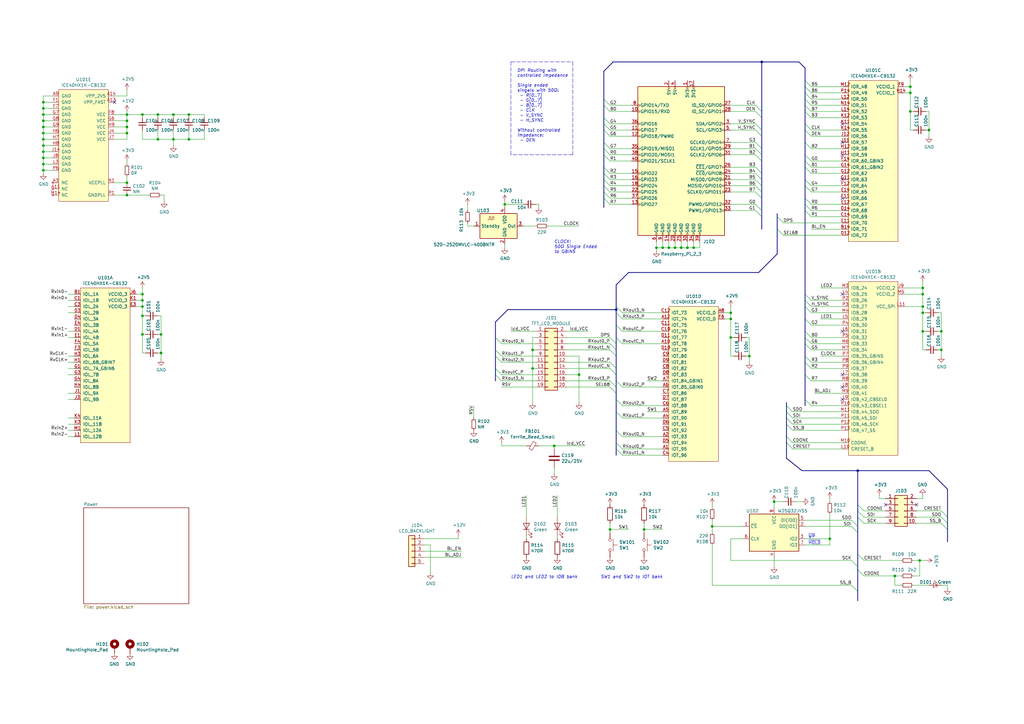
<source format=kicad_sch>
(kicad_sch (version 20211123) (generator eeschema)
  (paper "A3")
  (title_block (date "2021-10-24"))
  (junction (at 299.72 128.27))
  (junction (at 58.42 120.65))
  (junction (at 269.24 101.6))
  (junction (at 292.1 215.9))
  (junction (at 377.19 229.87))
  (junction (at 351.79 193.04))
  (junction (at 250.19 217.17))
  (junction (at 237.49 153.67))
  (junction (at 307.34 146.05))
  (junction (at 64.77 57.15))
  (junction (at 373.38 35.56))
  (junction (at 281.94 101.6))
  (junction (at 71.12 57.15))
  (junction (at 207.01 83.82))
  (junction (at 378.46 125.73))
  (junction (at 373.38 38.1))
  (junction (at 317.5 205.74))
  (junction (at 17.78 54.61))
  (junction (at 218.44 151.13))
  (junction (at 52.07 52.07))
  (junction (at 378.46 120.65))
  (junction (at 17.78 57.15))
  (junction (at 274.32 101.6))
  (junction (at 58.42 129.54))
  (junction (at 299.72 138.43))
  (junction (at 252.73 127))
  (junction (at 373.38 45.72))
  (junction (at 17.78 62.23))
  (junction (at 340.36 220.98))
  (junction (at 312.42 25.4))
  (junction (at 77.47 46.99))
  (junction (at 58.42 125.73))
  (junction (at 58.42 46.99))
  (junction (at 52.07 49.53))
  (junction (at 17.78 46.99))
  (junction (at 66.04 144.78))
  (junction (at 71.12 46.99))
  (junction (at 52.07 46.99))
  (junction (at 77.47 57.15))
  (junction (at 17.78 41.91))
  (junction (at 386.08 135.89))
  (junction (at 378.46 128.27))
  (junction (at 17.78 52.07))
  (junction (at 17.78 64.77))
  (junction (at 279.4 101.6))
  (junction (at 299.72 130.81))
  (junction (at 58.42 137.16))
  (junction (at 367.03 236.22))
  (junction (at 52.07 54.61))
  (junction (at 17.78 44.45))
  (junction (at 227.33 182.88))
  (junction (at 378.46 135.89))
  (junction (at 264.16 217.17))
  (junction (at 52.07 80.01))
  (junction (at 17.78 69.85))
  (junction (at 17.78 59.69))
  (junction (at 64.77 46.99))
  (junction (at 58.42 123.19))
  (junction (at 17.78 67.31))
  (junction (at 271.78 101.6))
  (junction (at 378.46 118.11))
  (junction (at 276.86 101.6))
  (junction (at 17.78 49.53))
  (junction (at 218.44 143.51))
  (junction (at 284.48 101.6))
  (junction (at 52.07 74.93))
  (junction (at 381 53.34))
  (junction (at 386.08 143.51))
  (junction (at 66.04 137.16))
  (no_connect (at 345.44 120.65))
  (no_connect (at 345.44 81.28))
  (no_connect (at 345.44 58.42))
  (no_connect (at 345.44 63.5))
  (no_connect (at 345.44 163.83))
  (no_connect (at 345.44 158.75))
  (no_connect (at 345.44 135.89))
  (no_connect (at 46.99 41.91))
  (no_connect (at 363.22 207.01))
  (no_connect (at 375.92 207.01))
  (no_connect (at 345.44 50.8))
  (no_connect (at 345.44 153.67))
  (no_connect (at 345.44 73.66))
  (bus_entry (at 330.2 153.67) (size 2.54 2.54))
  (bus_entry (at 203.2 146.05) (size 2.54 2.54))
  (bus_entry (at 252.73 176.53) (size 2.54 2.54))
  (bus_entry (at 250.19 138.43) (size 2.54 2.54))
  (bus_entry (at 330.2 120.65) (size 2.54 2.54))
  (bus_entry (at 330.2 35.56) (size 2.54 2.54))
  (bus_entry (at 247.65 81.28) (size 2.54 2.54))
  (bus_entry (at 247.65 50.8) (size 2.54 2.54))
  (bus_entry (at 247.65 78.74) (size 2.54 2.54))
  (bus_entry (at 351.79 227.33) (size 2.54 2.54))
  (bus_entry (at 330.2 123.19) (size 2.54 2.54))
  (bus_entry (at 322.58 171.45) (size 2.54 2.54))
  (bus_entry (at 318.77 88.9) (size 2.54 2.54))
  (bus_entry (at 247.65 76.2) (size 2.54 2.54))
  (bus_entry (at 309.88 60.96) (size 2.54 2.54))
  (bus_entry (at 252.73 181.61) (size 2.54 2.54))
  (bus_entry (at 247.65 71.12) (size 2.54 2.54))
  (bus_entry (at 247.65 43.18) (size 2.54 2.54))
  (bus_entry (at 330.2 63.5) (size 2.54 2.54))
  (bus_entry (at 330.2 81.28) (size 2.54 2.54))
  (bus_entry (at 250.19 151.13) (size 2.54 2.54))
  (bus_entry (at 247.65 60.96) (size 2.54 2.54))
  (bus_entry (at 349.25 240.03) (size 2.54 2.54))
  (bus_entry (at 349.25 229.87) (size 2.54 2.54))
  (bus_entry (at 309.88 58.42) (size 2.54 2.54))
  (bus_entry (at 322.58 181.61) (size 2.54 2.54))
  (bus_entry (at 309.88 68.58) (size 2.54 2.54))
  (bus_entry (at 252.73 168.91) (size 2.54 2.54))
  (bus_entry (at 247.65 48.26) (size 2.54 2.54))
  (bus_entry (at 309.88 86.36) (size 2.54 2.54))
  (bus_entry (at 252.73 156.21) (size 2.54 2.54))
  (bus_entry (at 330.2 66.04) (size 2.54 2.54))
  (bus_entry (at 351.79 233.68) (size 2.54 2.54))
  (bus_entry (at 330.2 130.81) (size 2.54 2.54))
  (bus_entry (at 330.2 146.05) (size 2.54 2.54))
  (bus_entry (at 330.2 86.36) (size 2.54 2.54))
  (bus_entry (at 330.2 58.42) (size 2.54 2.54))
  (bus_entry (at 330.2 73.66) (size 2.54 2.54))
  (bus_entry (at 309.88 78.74) (size 2.54 2.54))
  (bus_entry (at 330.2 68.58) (size 2.54 2.54))
  (bus_entry (at 322.58 166.37) (size 2.54 2.54))
  (bus_entry (at 252.73 128.27) (size 2.54 2.54))
  (bus_entry (at 247.65 53.34) (size 2.54 2.54))
  (bus_entry (at 386.08 212.09) (size 2.54 2.54))
  (bus_entry (at 386.08 214.63) (size 2.54 2.54))
  (bus_entry (at 203.2 153.67) (size 2.54 2.54))
  (bus_entry (at 309.88 50.8) (size 2.54 2.54))
  (bus_entry (at 250.19 156.21) (size 2.54 2.54))
  (bus_entry (at 351.79 209.55) (size 2.54 2.54))
  (bus_entry (at 203.2 151.13) (size 2.54 2.54))
  (bus_entry (at 250.19 158.75) (size 2.54 2.54))
  (bus_entry (at 247.65 73.66) (size 2.54 2.54))
  (bus_entry (at 250.19 143.51) (size 2.54 2.54))
  (bus_entry (at 330.2 83.82) (size 2.54 2.54))
  (bus_entry (at 349.25 215.9) (size 2.54 2.54))
  (bus_entry (at 309.88 43.18) (size 2.54 2.54))
  (bus_entry (at 349.25 213.36) (size 2.54 2.54))
  (bus_entry (at 322.58 173.99) (size 2.54 2.54))
  (bus_entry (at 252.73 184.15) (size 2.54 2.54))
  (bus_entry (at 322.58 179.07) (size 2.54 2.54))
  (bus_entry (at 330.2 76.2) (size 2.54 2.54))
  (bus_entry (at 351.79 207.01) (size 2.54 2.54))
  (bus_entry (at 252.73 125.73) (size 2.54 2.54))
  (bus_entry (at 330.2 40.64) (size 2.54 2.54))
  (bus_entry (at 330.2 148.59) (size 2.54 2.54))
  (bus_entry (at 330.2 135.89) (size 2.54 2.54))
  (bus_entry (at 330.2 125.73) (size 2.54 2.54))
  (bus_entry (at 247.65 63.5) (size 2.54 2.54))
  (bus_entry (at 247.65 68.58) (size 2.54 2.54))
  (bus_entry (at 386.08 209.55) (size 2.54 2.54))
  (bus_entry (at 247.65 40.64) (size 2.54 2.54))
  (bus_entry (at 318.77 93.98) (size 2.54 2.54))
  (bus_entry (at 330.2 43.18) (size 2.54 2.54))
  (bus_entry (at 309.88 83.82) (size 2.54 2.54))
  (bus_entry (at 330.2 163.83) (size 2.54 2.54))
  (bus_entry (at 252.73 133.35) (size 2.54 2.54))
  (bus_entry (at 330.2 33.02) (size 2.54 2.54))
  (bus_entry (at 309.88 53.34) (size 2.54 2.54))
  (bus_entry (at 330.2 138.43) (size 2.54 2.54))
  (bus_entry (at 322.58 168.91) (size 2.54 2.54))
  (bus_entry (at 330.2 38.1) (size 2.54 2.54))
  (bus_entry (at 309.88 45.72) (size 2.54 2.54))
  (bus_entry (at 330.2 50.8) (size 2.54 2.54))
  (bus_entry (at 351.79 212.09) (size 2.54 2.54))
  (bus_entry (at 250.19 140.97) (size 2.54 2.54))
  (bus_entry (at 330.2 45.72) (size 2.54 2.54))
  (bus_entry (at 247.65 58.42) (size 2.54 2.54))
  (bus_entry (at 203.2 138.43) (size 2.54 2.54))
  (bus_entry (at 309.88 63.5) (size 2.54 2.54))
  (bus_entry (at 309.88 71.12) (size 2.54 2.54))
  (bus_entry (at 203.2 143.51) (size 2.54 2.54))
  (bus_entry (at 330.2 140.97) (size 2.54 2.54))
  (bus_entry (at 252.73 163.83) (size 2.54 2.54))
  (bus_entry (at 309.88 76.2) (size 2.54 2.54))
  (bus_entry (at 252.73 138.43) (size 2.54 2.54))
  (bus_entry (at 309.88 73.66) (size 2.54 2.54))
  (bus_entry (at 330.2 53.34) (size 2.54 2.54))
  (bus_entry (at 250.19 148.59) (size 2.54 2.54))
  (wire (pts (xy 250.19 60.96) (xy 259.08 60.96)))
  (polyline (pts (xy 234.95 63.5) (xy 209.55 63.5)))
  (wire (pts (xy 71.12 57.15) (xy 77.47 57.15)))
  (wire (pts (xy 332.74 40.64) (xy 345.44 40.64)))
  (wire (pts (xy 309.88 83.82) (xy 299.72 83.82)))
  (wire (pts (xy 363.22 209.55) (xy 354.33 209.55)))
  (wire (pts (xy 46.99 74.93) (xy 52.07 74.93)))
  (wire (pts (xy 265.43 156.21) (xy 271.78 156.21)))
  (wire (pts (xy 281.94 101.6) (xy 284.48 101.6)))
  (wire (pts (xy 250.19 71.12) (xy 259.08 71.12)))
  (wire (pts (xy 219.71 153.67) (xy 205.74 153.67)))
  (wire (pts (xy 27.94 161.29) (xy 30.48 161.29)))
  (wire (pts (xy 336.55 118.11) (xy 345.44 118.11)))
  (wire (pts (xy 77.47 48.26) (xy 77.47 46.99)))
  (wire (pts (xy 363.22 214.63) (xy 354.33 214.63)))
  (wire (pts (xy 317.5 205.74) (xy 317.5 208.28)))
  (wire (pts (xy 17.78 54.61) (xy 17.78 57.15)))
  (wire (pts (xy 379.73 53.34) (xy 381 53.34)))
  (wire (pts (xy 27.94 125.73) (xy 30.48 125.73)))
  (wire (pts (xy 218.44 138.43) (xy 218.44 143.51)))
  (wire (pts (xy 237.49 146.05) (xy 232.41 146.05)))
  (wire (pts (xy 292.1 215.9) (xy 304.8 215.9)))
  (wire (pts (xy 354.33 229.87) (xy 369.57 229.87)))
  (wire (pts (xy 309.88 60.96) (xy 299.72 60.96)))
  (wire (pts (xy 265.43 168.91) (xy 271.78 168.91)))
  (wire (pts (xy 388.62 240.03) (xy 388.62 241.3)))
  (wire (pts (xy 17.78 69.85) (xy 17.78 71.12)))
  (wire (pts (xy 55.88 125.73) (xy 58.42 125.73)))
  (wire (pts (xy 194.31 92.71) (xy 191.77 92.71)))
  (wire (pts (xy 269.24 101.6) (xy 269.24 99.06)))
  (wire (pts (xy 27.94 135.89) (xy 30.48 135.89)))
  (wire (pts (xy 384.81 143.51) (xy 386.08 143.51)))
  (wire (pts (xy 219.71 83.82) (xy 220.98 83.82)))
  (wire (pts (xy 250.19 63.5) (xy 259.08 63.5)))
  (wire (pts (xy 219.71 92.71) (xy 214.63 92.71)))
  (wire (pts (xy 52.07 80.01) (xy 46.99 80.01)))
  (wire (pts (xy 287.02 101.6) (xy 287.02 99.06)))
  (wire (pts (xy 21.59 64.77) (xy 17.78 64.77)))
  (wire (pts (xy 378.46 204.47) (xy 378.46 203.2)))
  (polyline (pts (xy 234.95 25.4) (xy 234.95 63.5)))
  (wire (pts (xy 250.19 81.28) (xy 259.08 81.28)))
  (wire (pts (xy 17.78 59.69) (xy 17.78 62.23)))
  (wire (pts (xy 64.77 137.16) (xy 66.04 137.16)))
  (wire (pts (xy 321.31 96.52) (xy 345.44 96.52)))
  (wire (pts (xy 205.74 182.88) (xy 205.74 181.61)))
  (wire (pts (xy 336.55 130.81) (xy 345.44 130.81)))
  (wire (pts (xy 219.71 146.05) (xy 205.74 146.05)))
  (bus (pts (xy 388.62 217.17) (xy 388.62 222.25)))
  (bus (pts (xy 388.62 200.66) (xy 388.62 212.09)))
  (bus (pts (xy 388.62 212.09) (xy 388.62 214.63)))
  (bus (pts (xy 388.62 214.63) (xy 388.62 217.17)))
  (bus (pts (xy 330.2 27.94) (xy 327.66 25.4)))
  (wire (pts (xy 21.59 44.45) (xy 17.78 44.45)))
  (wire (pts (xy 340.36 205.74) (xy 340.36 204.47)))
  (wire (pts (xy 332.74 93.98) (xy 345.44 93.98)))
  (wire (pts (xy 340.36 220.98) (xy 340.36 223.52)))
  (bus (pts (xy 247.65 40.64) (xy 247.65 43.18)))
  (bus (pts (xy 247.65 43.18) (xy 247.65 48.26)))
  (bus (pts (xy 247.65 29.21) (xy 247.65 40.64)))
  (bus (pts (xy 247.65 48.26) (xy 247.65 50.8)))
  (bus (pts (xy 247.65 50.8) (xy 247.65 53.34)))
  (bus (pts (xy 247.65 53.34) (xy 247.65 58.42)))
  (bus (pts (xy 247.65 58.42) (xy 247.65 60.96)))
  (bus (pts (xy 247.65 63.5) (xy 247.65 68.58)))
  (bus (pts (xy 247.65 68.58) (xy 247.65 71.12)))
  (bus (pts (xy 247.65 81.28) (xy 247.65 85.09)))
  (bus (pts (xy 247.65 60.96) (xy 247.65 63.5)))
  (bus (pts (xy 247.65 71.12) (xy 247.65 73.66)))
  (bus (pts (xy 247.65 73.66) (xy 247.65 76.2)))
  (bus (pts (xy 247.65 76.2) (xy 247.65 78.74)))
  (bus (pts (xy 247.65 78.74) (xy 247.65 81.28)))
  (polyline (pts (xy 209.55 25.4) (xy 234.95 25.4)))
  (wire (pts (xy 21.59 69.85) (xy 17.78 69.85)))
  (wire (pts (xy 52.07 46.99) (xy 46.99 46.99)))
  (wire (pts (xy 334.01 161.29) (xy 345.44 161.29)))
  (wire (pts (xy 250.19 140.97) (xy 232.41 140.97)))
  (wire (pts (xy 345.44 125.73) (xy 332.74 125.73)))
  (wire (pts (xy 325.12 176.53) (xy 345.44 176.53)))
  (wire (pts (xy 309.88 71.12) (xy 299.72 71.12)))
  (wire (pts (xy 250.19 43.18) (xy 259.08 43.18)))
  (wire (pts (xy 309.88 76.2) (xy 299.72 76.2)))
  (wire (pts (xy 292.1 213.36) (xy 292.1 215.9)))
  (wire (pts (xy 299.72 125.73) (xy 299.72 128.27)))
  (wire (pts (xy 300.99 138.43) (xy 299.72 138.43)))
  (wire (pts (xy 381 45.72) (xy 381 53.34)))
  (wire (pts (xy 219.71 135.89) (xy 209.55 135.89)))
  (bus (pts (xy 328.93 193.04) (xy 322.58 187.96)))
  (bus (pts (xy 327.66 25.4) (xy 312.42 25.4)))
  (wire (pts (xy 240.03 182.88) (xy 227.33 182.88)))
  (bus (pts (xy 311.15 111.76) (xy 318.77 104.14)))
  (wire (pts (xy 367.03 240.03) (xy 369.57 240.03)))
  (wire (pts (xy 325.12 184.15) (xy 345.44 184.15)))
  (wire (pts (xy 17.78 41.91) (xy 17.78 39.37)))
  (wire (pts (xy 299.72 128.27) (xy 297.18 128.27)))
  (wire (pts (xy 67.31 80.01) (xy 66.04 80.01)))
  (wire (pts (xy 378.46 135.89) (xy 378.46 143.51)))
  (wire (pts (xy 375.92 209.55) (xy 386.08 209.55)))
  (wire (pts (xy 58.42 125.73) (xy 58.42 129.54)))
  (wire (pts (xy 30.48 173.99) (xy 27.94 173.99)))
  (wire (pts (xy 59.69 137.16) (xy 58.42 137.16)))
  (wire (pts (xy 292.1 218.44) (xy 292.1 215.9)))
  (bus (pts (xy 252.73 116.84) (xy 257.81 111.76)))
  (wire (pts (xy 30.48 179.07) (xy 27.94 179.07)))
  (wire (pts (xy 332.74 156.21) (xy 345.44 156.21)))
  (wire (pts (xy 17.78 67.31) (xy 17.78 69.85)))
  (wire (pts (xy 250.19 83.82) (xy 259.08 83.82)))
  (wire (pts (xy 386.08 240.03) (xy 388.62 240.03)))
  (wire (pts (xy 336.55 146.05) (xy 345.44 146.05)))
  (bus (pts (xy 252.73 125.73) (xy 252.73 127)))
  (bus (pts (xy 252.73 116.84) (xy 252.73 125.73)))
  (wire (pts (xy 332.74 88.9) (xy 345.44 88.9)))
  (wire (pts (xy 71.12 48.26) (xy 71.12 46.99)))
  (wire (pts (xy 384.81 128.27) (xy 386.08 128.27)))
  (wire (pts (xy 299.72 130.81) (xy 299.72 138.43)))
  (wire (pts (xy 332.74 133.35) (xy 345.44 133.35)))
  (wire (pts (xy 386.08 135.89) (xy 386.08 143.51)))
  (wire (pts (xy 83.82 46.99) (xy 77.47 46.99)))
  (bus (pts (xy 203.2 132.08) (xy 208.28 127)))
  (wire (pts (xy 276.86 99.06) (xy 276.86 101.6)))
  (wire (pts (xy 317.5 228.6) (xy 317.5 232.41)))
  (wire (pts (xy 332.74 123.19) (xy 345.44 123.19)))
  (wire (pts (xy 250.19 76.2) (xy 259.08 76.2)))
  (wire (pts (xy 64.77 46.99) (xy 58.42 46.99)))
  (wire (pts (xy 363.22 212.09) (xy 354.33 212.09)))
  (wire (pts (xy 21.59 49.53) (xy 17.78 49.53)))
  (wire (pts (xy 332.74 143.51) (xy 345.44 143.51)))
  (wire (pts (xy 66.04 137.16) (xy 66.04 144.78)))
  (wire (pts (xy 250.19 66.04) (xy 259.08 66.04)))
  (wire (pts (xy 321.31 91.44) (xy 345.44 91.44)))
  (wire (pts (xy 228.6 219.71) (xy 228.6 220.98)))
  (bus (pts (xy 257.81 111.76) (xy 311.15 111.76)))
  (wire (pts (xy 332.74 148.59) (xy 345.44 148.59)))
  (wire (pts (xy 378.46 115.57) (xy 378.46 118.11)))
  (wire (pts (xy 271.78 99.06) (xy 271.78 101.6)))
  (wire (pts (xy 309.88 68.58) (xy 299.72 68.58)))
  (wire (pts (xy 27.94 146.05) (xy 30.48 146.05)))
  (wire (pts (xy 332.74 53.34) (xy 345.44 53.34)))
  (wire (pts (xy 250.19 214.63) (xy 250.19 217.17)))
  (wire (pts (xy 373.38 35.56) (xy 370.84 35.56)))
  (wire (pts (xy 264.16 214.63) (xy 264.16 217.17)))
  (wire (pts (xy 187.96 220.98) (xy 173.99 220.98)))
  (wire (pts (xy 58.42 123.19) (xy 58.42 125.73)))
  (wire (pts (xy 332.74 140.97) (xy 345.44 140.97)))
  (wire (pts (xy 279.4 99.06) (xy 279.4 101.6)))
  (wire (pts (xy 264.16 217.17) (xy 264.16 218.44)))
  (wire (pts (xy 173.99 223.52) (xy 176.53 223.52)))
  (wire (pts (xy 227.33 184.15) (xy 227.33 182.88)))
  (wire (pts (xy 250.19 50.8) (xy 259.08 50.8)))
  (bus (pts (xy 252.73 127) (xy 252.73 128.27)))
  (bus (pts (xy 252.73 128.27) (xy 252.73 133.35)))
  (bus (pts (xy 252.73 133.35) (xy 252.73 138.43)))
  (bus (pts (xy 252.73 156.21) (xy 252.73 158.75)))
  (bus (pts (xy 252.73 151.13) (xy 252.73 153.67)))
  (bus (pts (xy 252.73 153.67) (xy 252.73 156.21)))
  (bus (pts (xy 252.73 161.29) (xy 252.73 163.83)))
  (bus (pts (xy 252.73 176.53) (xy 252.73 181.61)))
  (bus (pts (xy 252.73 138.43) (xy 252.73 140.97)))
  (bus (pts (xy 252.73 140.97) (xy 252.73 143.51)))
  (bus (pts (xy 252.73 143.51) (xy 252.73 146.05)))
  (bus (pts (xy 252.73 146.05) (xy 252.73 151.13)))
  (bus (pts (xy 252.73 158.75) (xy 252.73 161.29)))
  (bus (pts (xy 252.73 184.15) (xy 252.73 186.69)))
  (bus (pts (xy 252.73 163.83) (xy 252.73 168.91)))
  (bus (pts (xy 252.73 168.91) (xy 252.73 176.53)))
  (bus (pts (xy 252.73 181.61) (xy 252.73 184.15)))
  (wire (pts (xy 332.74 55.88) (xy 345.44 55.88)))
  (wire (pts (xy 30.48 138.43) (xy 27.94 138.43)))
  (wire (pts (xy 255.27 179.07) (xy 271.78 179.07)))
  (wire (pts (xy 373.38 33.02) (xy 373.38 35.56)))
  (wire (pts (xy 369.57 236.22) (xy 367.03 236.22)))
  (wire (pts (xy 386.08 143.51) (xy 386.08 146.05)))
  (wire (pts (xy 250.19 53.34) (xy 259.08 53.34)))
  (wire (pts (xy 379.73 135.89) (xy 378.46 135.89)))
  (wire (pts (xy 228.6 203.2) (xy 228.6 212.09)))
  (wire (pts (xy 77.47 53.34) (xy 77.47 57.15)))
  (wire (pts (xy 59.69 144.78) (xy 58.42 144.78)))
  (wire (pts (xy 374.65 53.34) (xy 373.38 53.34)))
  (bus (pts (xy 351.79 242.57) (xy 351.79 246.38)))
  (bus (pts (xy 351.79 212.09) (xy 351.79 215.9)))
  (bus (pts (xy 351.79 193.04) (xy 351.79 207.01)))
  (bus (pts (xy 351.79 207.01) (xy 351.79 209.55)))
  (bus (pts (xy 351.79 209.55) (xy 351.79 212.09)))
  (bus (pts (xy 351.79 232.41) (xy 351.79 233.68)))
  (bus (pts (xy 351.79 215.9) (xy 351.79 218.44)))
  (bus (pts (xy 351.79 218.44) (xy 351.79 227.33)))
  (bus (pts (xy 351.79 227.33) (xy 351.79 232.41)))
  (bus (pts (xy 351.79 233.68) (xy 351.79 242.57)))
  (wire (pts (xy 332.74 76.2) (xy 345.44 76.2)))
  (wire (pts (xy 332.74 66.04) (xy 345.44 66.04)))
  (wire (pts (xy 257.81 217.17) (xy 250.19 217.17)))
  (wire (pts (xy 173.99 228.6) (xy 189.23 228.6)))
  (wire (pts (xy 71.12 59.69) (xy 71.12 57.15)))
  (wire (pts (xy 46.99 49.53) (xy 52.07 49.53)))
  (wire (pts (xy 255.27 184.15) (xy 271.78 184.15)))
  (wire (pts (xy 250.19 73.66) (xy 259.08 73.66)))
  (wire (pts (xy 271.78 158.75) (xy 255.27 158.75)))
  (wire (pts (xy 377.19 236.22) (xy 374.65 236.22)))
  (wire (pts (xy 27.94 151.13) (xy 30.48 151.13)))
  (wire (pts (xy 219.71 138.43) (xy 218.44 138.43)))
  (bus (pts (xy 330.2 135.89) (xy 330.2 138.43)))
  (wire (pts (xy 284.48 99.06) (xy 284.48 101.6)))
  (wire (pts (xy 307.34 146.05) (xy 307.34 148.59)))
  (wire (pts (xy 384.81 135.89) (xy 386.08 135.89)))
  (wire (pts (xy 375.92 214.63) (xy 386.08 214.63)))
  (wire (pts (xy 332.74 35.56) (xy 345.44 35.56)))
  (wire (pts (xy 381 53.34) (xy 381 55.88)))
  (wire (pts (xy 360.68 203.2) (xy 360.68 204.47)))
  (wire (pts (xy 375.92 212.09) (xy 386.08 212.09)))
  (bus (pts (xy 351.79 193.04) (xy 381 193.04)))
  (wire (pts (xy 46.99 57.15) (xy 52.07 57.15)))
  (wire (pts (xy 30.48 128.27) (xy 27.94 128.27)))
  (wire (pts (xy 58.42 137.16) (xy 58.42 144.78)))
  (wire (pts (xy 237.49 92.71) (xy 224.79 92.71)))
  (wire (pts (xy 59.69 129.54) (xy 58.42 129.54)))
  (wire (pts (xy 46.99 52.07) (xy 52.07 52.07)))
  (wire (pts (xy 299.72 130.81) (xy 297.18 130.81)))
  (wire (pts (xy 194.31 166.37) (xy 194.31 171.45)))
  (wire (pts (xy 83.82 53.34) (xy 83.82 57.15)))
  (wire (pts (xy 241.3 135.89) (xy 232.41 135.89)))
  (wire (pts (xy 271.78 217.17) (xy 264.16 217.17)))
  (wire (pts (xy 345.44 181.61) (xy 325.12 181.61)))
  (wire (pts (xy 227.33 194.31) (xy 227.33 191.77)))
  (wire (pts (xy 52.07 36.83) (xy 52.07 39.37)))
  (wire (pts (xy 218.44 151.13) (xy 218.44 165.1)))
  (wire (pts (xy 215.9 182.88) (xy 205.74 182.88)))
  (wire (pts (xy 17.78 49.53) (xy 17.78 46.99)))
  (wire (pts (xy 299.72 220.98) (xy 304.8 220.98)))
  (wire (pts (xy 52.07 54.61) (xy 52.07 52.07)))
  (wire (pts (xy 271.78 101.6) (xy 274.32 101.6)))
  (wire (pts (xy 219.71 158.75) (xy 205.74 158.75)))
  (wire (pts (xy 330.2 220.98) (xy 340.36 220.98)))
  (bus (pts (xy 330.2 27.94) (xy 330.2 33.02)))
  (bus (pts (xy 330.2 33.02) (xy 330.2 35.56)))
  (bus (pts (xy 330.2 35.56) (xy 330.2 38.1)))
  (bus (pts (xy 330.2 140.97) (xy 330.2 146.05)))
  (bus (pts (xy 330.2 163.83) (xy 330.2 166.37)))
  (bus (pts (xy 330.2 130.81) (xy 330.2 135.89)))
  (bus (pts (xy 330.2 148.59) (xy 330.2 153.67)))
  (bus (pts (xy 330.2 153.67) (xy 330.2 163.83)))
  (bus (pts (xy 330.2 38.1) (xy 330.2 40.64)))
  (bus (pts (xy 330.2 40.64) (xy 330.2 43.18)))
  (bus (pts (xy 330.2 43.18) (xy 330.2 45.72)))
  (bus (pts (xy 330.2 45.72) (xy 330.2 50.8)))
  (bus (pts (xy 330.2 63.5) (xy 330.2 66.04)))
  (bus (pts (xy 330.2 58.42) (xy 330.2 63.5)))
  (bus (pts (xy 330.2 50.8) (xy 330.2 53.34)))
  (bus (pts (xy 330.2 53.34) (xy 330.2 58.42)))
  (bus (pts (xy 330.2 66.04) (xy 330.2 68.58)))
  (bus (pts (xy 330.2 81.28) (xy 330.2 83.82)))
  (bus (pts (xy 330.2 76.2) (xy 330.2 81.28)))
  (bus (pts (xy 330.2 68.58) (xy 330.2 73.66)))
  (bus (pts (xy 330.2 73.66) (xy 330.2 76.2)))
  (bus (pts (xy 330.2 83.82) (xy 330.2 86.36)))
  (bus (pts (xy 330.2 86.36) (xy 330.2 120.65)))
  (bus (pts (xy 330.2 120.65) (xy 330.2 123.19)))
  (bus (pts (xy 330.2 146.05) (xy 330.2 148.59)))
  (wire (pts (xy 309.88 53.34) (xy 299.72 53.34)))
  (wire (pts (xy 191.77 92.71) (xy 191.77 91.44)))
  (bus (pts (xy 381 193.04) (xy 388.62 200.66)))
  (wire (pts (xy 52.07 67.31) (xy 52.07 66.04)))
  (wire (pts (xy 378.46 125.73) (xy 378.46 128.27)))
  (wire (pts (xy 58.42 46.99) (xy 52.07 46.99)))
  (wire (pts (xy 328.93 205.74) (xy 326.39 205.74)))
  (wire (pts (xy 378.46 128.27) (xy 378.46 135.89)))
  (wire (pts (xy 77.47 46.99) (xy 71.12 46.99)))
  (wire (pts (xy 58.42 123.19) (xy 55.88 123.19)))
  (wire (pts (xy 332.74 43.18) (xy 345.44 43.18)))
  (wire (pts (xy 292.1 223.52) (xy 292.1 240.03)))
  (wire (pts (xy 255.27 135.89) (xy 271.78 135.89)))
  (wire (pts (xy 321.31 205.74) (xy 317.5 205.74)))
  (wire (pts (xy 64.77 53.34) (xy 64.77 57.15)))
  (wire (pts (xy 250.19 143.51) (xy 232.41 143.51)))
  (wire (pts (xy 345.44 128.27) (xy 332.74 128.27)))
  (wire (pts (xy 255.27 128.27) (xy 271.78 128.27)))
  (wire (pts (xy 173.99 226.06) (xy 189.23 226.06)))
  (wire (pts (xy 66.04 144.78) (xy 66.04 147.32)))
  (wire (pts (xy 220.98 83.82) (xy 220.98 85.09)))
  (wire (pts (xy 330.2 223.52) (xy 340.36 223.52)))
  (wire (pts (xy 250.19 158.75) (xy 232.41 158.75)))
  (wire (pts (xy 21.59 62.23) (xy 17.78 62.23)))
  (wire (pts (xy 214.63 83.82) (xy 207.01 83.82)))
  (wire (pts (xy 367.03 236.22) (xy 354.33 236.22)))
  (wire (pts (xy 52.07 52.07) (xy 52.07 49.53)))
  (wire (pts (xy 373.38 45.72) (xy 373.38 53.34)))
  (bus (pts (xy 351.79 193.04) (xy 328.93 193.04)))
  (wire (pts (xy 58.42 53.34) (xy 58.42 57.15)))
  (bus (pts (xy 330.2 123.19) (xy 330.2 125.73)))
  (wire (pts (xy 27.94 176.53) (xy 30.48 176.53)))
  (wire (pts (xy 218.44 143.51) (xy 218.44 151.13)))
  (wire (pts (xy 250.19 78.74) (xy 259.08 78.74)))
  (wire (pts (xy 306.07 138.43) (xy 307.34 138.43)))
  (wire (pts (xy 250.19 55.88) (xy 259.08 55.88)))
  (wire (pts (xy 345.44 173.99) (xy 325.12 173.99)))
  (wire (pts (xy 378.46 118.11) (xy 378.46 120.65)))
  (wire (pts (xy 232.41 153.67) (xy 237.49 153.67)))
  (wire (pts (xy 274.32 101.6) (xy 276.86 101.6)))
  (wire (pts (xy 332.74 45.72) (xy 345.44 45.72)))
  (wire (pts (xy 379.73 128.27) (xy 378.46 128.27)))
  (wire (pts (xy 191.77 86.36) (xy 191.77 83.82)))
  (bus (pts (xy 322.58 165.1) (xy 322.58 166.37)))
  (bus (pts (xy 322.58 166.37) (xy 322.58 168.91)))
  (bus (pts (xy 322.58 168.91) (xy 322.58 171.45)))
  (bus (pts (xy 322.58 171.45) (xy 322.58 173.99)))
  (bus (pts (xy 322.58 181.61) (xy 322.58 187.96)))
  (bus (pts (xy 322.58 173.99) (xy 322.58 179.07)))
  (bus (pts (xy 322.58 179.07) (xy 322.58 181.61)))
  (wire (pts (xy 77.47 57.15) (xy 83.82 57.15)))
  (wire (pts (xy 374.65 240.03) (xy 381 240.03)))
  (wire (pts (xy 17.78 44.45) (xy 17.78 41.91)))
  (wire (pts (xy 60.96 80.01) (xy 52.07 80.01)))
  (wire (pts (xy 377.19 229.87) (xy 377.19 236.22)))
  (wire (pts (xy 255.27 186.69) (xy 271.78 186.69)))
  (wire (pts (xy 309.88 86.36) (xy 299.72 86.36)))
  (wire (pts (xy 64.77 57.15) (xy 71.12 57.15)))
  (wire (pts (xy 374.65 45.72) (xy 373.38 45.72)))
  (bus (pts (xy 330.2 125.73) (xy 330.2 130.81)))
  (wire (pts (xy 332.74 138.43) (xy 345.44 138.43)))
  (wire (pts (xy 306.07 146.05) (xy 307.34 146.05)))
  (wire (pts (xy 299.72 128.27) (xy 299.72 130.81)))
  (wire (pts (xy 349.25 213.36) (xy 330.2 213.36)))
  (wire (pts (xy 255.27 171.45) (xy 271.78 171.45)))
  (wire (pts (xy 269.24 102.87) (xy 269.24 101.6)))
  (wire (pts (xy 17.78 46.99) (xy 17.78 44.45)))
  (wire (pts (xy 237.49 146.05) (xy 237.49 153.67)))
  (bus (pts (xy 208.28 127) (xy 252.73 127)))
  (wire (pts (xy 21.59 54.61) (xy 17.78 54.61)))
  (wire (pts (xy 207.01 83.82) (xy 207.01 85.09)))
  (wire (pts (xy 360.68 204.47) (xy 363.22 204.47)))
  (wire (pts (xy 17.78 52.07) (xy 17.78 49.53)))
  (wire (pts (xy 219.71 151.13) (xy 218.44 151.13)))
  (wire (pts (xy 276.86 101.6) (xy 279.4 101.6)))
  (wire (pts (xy 274.32 99.06) (xy 274.32 101.6)))
  (wire (pts (xy 58.42 48.26) (xy 58.42 46.99)))
  (wire (pts (xy 309.88 58.42) (xy 299.72 58.42)))
  (wire (pts (xy 250.19 45.72) (xy 259.08 45.72)))
  (wire (pts (xy 52.07 74.93) (xy 52.07 72.39)))
  (wire (pts (xy 21.59 67.31) (xy 17.78 67.31)))
  (wire (pts (xy 307.34 138.43) (xy 307.34 146.05)))
  (wire (pts (xy 46.99 54.61) (xy 52.07 54.61)))
  (wire (pts (xy 309.88 43.18) (xy 299.72 43.18)))
  (wire (pts (xy 52.07 45.72) (xy 52.07 46.99)))
  (wire (pts (xy 309.88 78.74) (xy 299.72 78.74)))
  (wire (pts (xy 332.74 68.58) (xy 345.44 68.58)))
  (wire (pts (xy 269.24 101.6) (xy 271.78 101.6)))
  (wire (pts (xy 64.77 129.54) (xy 66.04 129.54)))
  (wire (pts (xy 83.82 48.26) (xy 83.82 46.99)))
  (bus (pts (xy 251.46 25.4) (xy 312.42 25.4)))
  (wire (pts (xy 17.78 39.37) (xy 21.59 39.37)))
  (wire (pts (xy 17.78 62.23) (xy 17.78 64.77)))
  (wire (pts (xy 52.07 57.15) (xy 52.07 54.61)))
  (wire (pts (xy 299.72 229.87) (xy 299.72 220.98)))
  (wire (pts (xy 58.42 129.54) (xy 58.42 137.16)))
  (wire (pts (xy 332.74 71.12) (xy 345.44 71.12)))
  (wire (pts (xy 250.19 151.13) (xy 232.41 151.13)))
  (bus (pts (xy 251.46 25.4) (xy 247.65 29.21)))
  (wire (pts (xy 367.03 236.22) (xy 367.03 240.03)))
  (bus (pts (xy 318.77 93.98) (xy 318.77 104.14)))
  (bus (pts (xy 318.77 87.63) (xy 318.77 88.9)))
  (bus (pts (xy 318.77 88.9) (xy 318.77 93.98)))
  (wire (pts (xy 21.59 59.69) (xy 17.78 59.69)))
  (wire (pts (xy 379.73 45.72) (xy 381 45.72)))
  (wire (pts (xy 281.94 99.06) (xy 281.94 101.6)))
  (wire (pts (xy 379.73 143.51) (xy 378.46 143.51)))
  (wire (pts (xy 17.78 64.77) (xy 17.78 67.31)))
  (wire (pts (xy 332.74 83.82) (xy 345.44 83.82)))
  (wire (pts (xy 219.71 143.51) (xy 218.44 143.51)))
  (wire (pts (xy 250.19 148.59) (xy 232.41 148.59)))
  (wire (pts (xy 27.94 171.45) (xy 30.48 171.45)))
  (wire (pts (xy 292.1 207.01) (xy 292.1 208.28)))
  (wire (pts (xy 309.88 45.72) (xy 299.72 45.72)))
  (wire (pts (xy 58.42 57.15) (xy 64.77 57.15)))
  (wire (pts (xy 21.59 52.07) (xy 17.78 52.07)))
  (wire (pts (xy 378.46 120.65) (xy 370.84 120.65)))
  (wire (pts (xy 58.42 120.65) (xy 55.88 120.65)))
  (polyline (pts (xy 209.55 63.5) (xy 209.55 25.4)))
  (wire (pts (xy 255.27 166.37) (xy 271.78 166.37)))
  (wire (pts (xy 17.78 54.61) (xy 17.78 52.07)))
  (wire (pts (xy 325.12 171.45) (xy 345.44 171.45)))
  (wire (pts (xy 332.74 48.26) (xy 345.44 48.26)))
  (wire (pts (xy 207.01 82.55) (xy 207.01 83.82)))
  (wire (pts (xy 349.25 240.03) (xy 292.1 240.03)))
  (wire (pts (xy 378.46 118.11) (xy 370.84 118.11)))
  (wire (pts (xy 30.48 163.83) (xy 27.94 163.83)))
  (wire (pts (xy 21.59 46.99) (xy 17.78 46.99)))
  (wire (pts (xy 300.99 146.05) (xy 299.72 146.05)))
  (wire (pts (xy 373.38 38.1) (xy 373.38 45.72)))
  (wire (pts (xy 237.49 153.67) (xy 237.49 165.1)))
  (wire (pts (xy 219.71 156.21) (xy 205.74 156.21)))
  (wire (pts (xy 309.88 50.8) (xy 299.72 50.8)))
  (wire (pts (xy 207.01 101.6) (xy 207.01 100.33)))
  (wire (pts (xy 30.48 153.67) (xy 27.94 153.67)))
  (wire (pts (xy 255.27 140.97) (xy 271.78 140.97)))
  (wire (pts (xy 67.31 82.55) (xy 67.31 80.01)))
  (wire (pts (xy 187.96 220.98) (xy 187.96 219.71)))
  (wire (pts (xy 349.25 229.87) (xy 299.72 229.87)))
  (wire (pts (xy 250.19 138.43) (xy 232.41 138.43)))
  (wire (pts (xy 374.65 229.87) (xy 377.19 229.87)))
  (wire (pts (xy 332.74 151.13) (xy 345.44 151.13)))
  (wire (pts (xy 332.74 60.96) (xy 345.44 60.96)))
  (wire (pts (xy 58.42 118.11) (xy 58.42 120.65)))
  (wire (pts (xy 332.74 38.1) (xy 345.44 38.1)))
  (wire (pts (xy 373.38 35.56) (xy 373.38 38.1)))
  (wire (pts (xy 17.78 57.15) (xy 17.78 59.69)))
  (wire (pts (xy 332.74 78.74) (xy 345.44 78.74)))
  (wire (pts (xy 250.19 156.21) (xy 232.41 156.21)))
  (wire (pts (xy 52.07 39.37) (xy 46.99 39.37)))
  (wire (pts (xy 176.53 223.52) (xy 176.53 234.95)))
  (wire (pts (xy 27.94 120.65) (xy 30.48 120.65)))
  (wire (pts (xy 227.33 182.88) (xy 220.98 182.88)))
  (wire (pts (xy 30.48 123.19) (xy 27.94 123.19)))
  (wire (pts (xy 373.38 38.1) (xy 370.84 38.1)))
  (wire (pts (xy 309.88 63.5) (xy 299.72 63.5)))
  (wire (pts (xy 378.46 125.73) (xy 370.84 125.73)))
  (wire (pts (xy 215.9 219.71) (xy 215.9 220.98)))
  (wire (pts (xy 345.44 166.37) (xy 332.74 166.37)))
  (wire (pts (xy 66.04 129.54) (xy 66.04 137.16)))
  (bus (pts (xy 203.2 153.67) (xy 203.2 156.21)))
  (bus (pts (xy 203.2 151.13) (xy 203.2 153.67)))
  (bus (pts (xy 203.2 146.05) (xy 203.2 151.13)))
  (bus (pts (xy 203.2 132.08) (xy 203.2 138.43)))
  (bus (pts (xy 203.2 138.43) (xy 203.2 143.51)))
  (bus (pts (xy 203.2 143.51) (xy 203.2 146.05)))
  (wire (pts (xy 219.71 140.97) (xy 205.74 140.97)))
  (bus (pts (xy 330.2 138.43) (xy 330.2 140.97)))
  (wire (pts (xy 299.72 138.43) (xy 299.72 146.05)))
  (wire (pts (xy 255.27 130.81) (xy 271.78 130.81)))
  (wire (pts (xy 219.71 148.59) (xy 205.74 148.59)))
  (wire (pts (xy 332.74 86.36) (xy 345.44 86.36)))
  (wire (pts (xy 250.19 217.17) (xy 250.19 218.44)))
  (wire (pts (xy 52.07 49.53) (xy 52.07 46.99)))
  (wire (pts (xy 58.42 120.65) (xy 58.42 123.19)))
  (wire (pts (xy 284.48 101.6) (xy 287.02 101.6)))
  (wire (pts (xy 378.46 120.65) (xy 378.46 125.73)))
  (wire (pts (xy 330.2 215.9) (xy 349.25 215.9)))
  (wire (pts (xy 379.73 229.87) (xy 377.19 229.87)))
  (wire (pts (xy 375.92 204.47) (xy 378.46 204.47)))
  (wire (pts (xy 345.44 168.91) (xy 325.12 168.91)))
  (wire (pts (xy 64.77 144.78) (xy 66.04 144.78)))
  (bus (pts (xy 312.42 25.4) (xy 312.42 45.72)))
  (bus (pts (xy 312.42 45.72) (xy 312.42 48.26)))
  (bus (pts (xy 312.42 48.26) (xy 312.42 53.34)))
  (bus (pts (xy 312.42 53.34) (xy 312.42 55.88)))
  (bus (pts (xy 312.42 55.88) (xy 312.42 60.96)))
  (bus (pts (xy 312.42 78.74) (xy 312.42 81.28)))
  (bus (pts (xy 312.42 88.9) (xy 312.42 93.98)))
  (bus (pts (xy 312.42 73.66) (xy 312.42 76.2)))
  (bus (pts (xy 312.42 76.2) (xy 312.42 78.74)))
  (bus (pts (xy 312.42 86.36) (xy 312.42 88.9)))
  (bus (pts (xy 312.42 60.96) (xy 312.42 63.5)))
  (bus (pts (xy 312.42 63.5) (xy 312.42 66.04)))
  (bus (pts (xy 312.42 66.04) (xy 312.42 71.12)))
  (bus (pts (xy 312.42 71.12) (xy 312.42 73.66)))
  (bus (pts (xy 312.42 81.28) (xy 312.42 86.36)))
  (wire (pts (xy 340.36 210.82) (xy 340.36 220.98)))
  (wire (pts (xy 71.12 53.34) (xy 71.12 57.15)))
  (wire (pts (xy 21.59 57.15) (xy 17.78 57.15)))
  (wire (pts (xy 309.88 73.66) (xy 299.72 73.66)))
  (wire (pts (xy 215.9 203.2) (xy 215.9 212.09)))
  (wire (pts (xy 71.12 46.99) (xy 64.77 46.99)))
  (wire (pts (xy 386.08 128.27) (xy 386.08 135.89)))
  (wire (pts (xy 30.48 148.59) (xy 27.94 148.59)))
  (wire (pts (xy 279.4 101.6) (xy 281.94 101.6)))
  (wire (pts (xy 64.77 48.26) (xy 64.77 46.99)))
  (wire (pts (xy 21.59 41.91) (xy 17.78 41.91)))
  (text "~{HOLD}" (at 331.47 223.52 0) (effects (font (size 1.27 1.27)) (justify left bottom)))
  (text "~{WP}" (at 331.47 220.98 0) (effects (font (size 1.27 1.27)) (justify left bottom)))
  (text "LED1 and LED2 to IOB bank" (at 209.55 237.49 0) (effects (font (size 1.27 1.27) italic) (justify left bottom)))
  (text "SW1 and SW2 to IOT bank" (at 246.38 237.49 0) (effects (font (size 1.27 1.27) italic) (justify left bottom)))
  (text "CLOCK: \n50Ω Single Ended \nto GBIN5" (at 227.33 104.14 0) (effects (font (size 1.27 1.27) italic) (justify left bottom)))
  (text "DPI Routing with \ncontrolled impedance\n\nSingle ended \nsingals with 50Ω:\n - R[0..7]\n - G[0..7]\n - B[0..7]\n - CLK\n - V_SYNC\n - H_SYNC\n\nWithout controlled \nimpedance:\n - DEN\n" (at 212.09 58.42 0) (effects (font (size 1.27 1.27) italic) (justify left bottom)))
  (label "BL_ADJ" (at 334.01 161.29 0))
  (label "R5" (at 332.74 43.18 0))
  (label "SDO" (at 386.08 212.09 180))
  (label "Rxin0+" (at 27.94 123.19 180))
  (label "RxCLK+" (at 27.94 148.59 180))
  (label "G7" (at 332.74 78.74 0))
  (label "RXout0_P" (at 250.19 140.97 180))
  (label "G5" (at 332.74 143.51 0))
  (label "B5" (at 332.74 35.56 0))
  (label "B1" (at 309.88 60.96 180))
  (label "B7" (at 309.88 78.74 180))
  (label "RxCLK-" (at 27.94 146.05 180))
  (label "RXout0_P" (at 255.27 184.15 0))
  (label "DEN" (at 332.74 55.88 0))
  (label "R2" (at 250.19 71.12 0))
  (label "SCK" (at 325.12 173.99 0))
  (label "BL_EN" (at 189.23 226.06 180))
  (label "RxoutC_N" (at 250.19 151.13 180))
  (label "LED2" (at 228.6 203.2 270))
  (label "RXout2_N" (at 205.74 148.59 0))
  (label "B6" (at 309.88 76.2 180))
  (label "R6" (at 250.19 81.28 0))
  (label "Rxin0-" (at 27.94 120.65 180))
  (label "CLOCK" (at 336.55 146.05 0))
  (label "Rxin1-" (at 27.94 135.89 180))
  (label "R7" (at 250.19 83.82 0))
  (label "RXout2_P" (at 250.19 148.59 180))
  (label "G7" (at 250.19 60.96 0))
  (label "SEL68" (at 250.19 158.75 180))
  (label "R0" (at 332.74 83.82 0))
  (label "SW1" (at 265.43 168.91 0))
  (label "SCK" (at 349.25 229.87 180))
  (label "SW1" (at 257.81 217.17 180))
  (label "R4" (at 250.19 76.2 0))
  (label "R7" (at 332.74 156.21 0))
  (label "SDI" (at 355.6 212.09 0))
  (label "H_SYNC" (at 309.88 53.34 180))
  (label "lcd_VCC" (at 241.3 135.89 180))
  (label "CLOCK" (at 237.49 92.71 180))
  (label "lcd_VCC" (at 209.55 135.89 0))
  (label "V_SYNC" (at 332.74 123.19 0))
  (label "LED1" (at 336.55 130.81 0))
  (label "B2" (at 332.74 60.96 0))
  (label "LED2" (at 336.55 118.11 0))
  (label "CRESET" (at 325.12 184.15 0))
  (label "LED1" (at 215.9 203.2 270))
  (label "RXout3_P" (at 255.27 130.81 0))
  (label "G0" (at 332.74 66.04 0))
  (label "RXout2_N" (at 255.27 166.37 0))
  (label "CDONE" (at 355.6 209.55 0))
  (label "RxoutC_P" (at 255.27 135.89 0))
  (label "B0" (at 332.74 138.43 0))
  (label "B7" (at 332.74 45.72 0))
  (label "G2" (at 250.19 43.18 0))
  (label "RxoutC_P" (at 205.74 153.67 0))
  (label "R4" (at 332.74 166.37 0))
  (label "RXout1_N" (at 250.19 143.51 180))
  (label "B0" (at 250.19 45.72 0))
  (label "R0" (at 250.19 63.5 0))
  (label "G3" (at 332.74 128.27 0))
  (label "SEL68" (at 321.31 96.52 0))
  (label "RXout0_N" (at 255.27 179.07 0))
  (label "R2" (at 332.74 151.13 0))
  (label "R5" (at 250.19 78.74 0))
  (label "SW2" (at 271.78 217.17 180))
  (label "CDONE" (at 325.12 181.61 0))
  (label "R3" (at 332.74 148.59 0))
  (label "RXout1_N" (at 255.27 186.69 0))
  (label "R3" (at 250.19 73.66 0))
  (label "DPS" (at 250.19 138.43 180))
  (label "B3" (at 332.74 48.26 0))
  (label "G4" (at 250.19 50.8 0))
  (label "Rxin2+" (at 27.94 176.53 180))
  (label "SDI" (at 325.12 171.45 0))
  (label "RSV" (at 205.74 158.75 0))
  (label "RxoutC_N" (at 255.27 140.97 0))
  (label "B5" (at 309.88 73.66 180))
  (label "G0" (at 309.88 83.82 180))
  (label "G1" (at 332.74 71.12 0))
  (label "SS_B" (at 349.25 240.03 180))
  (label "G2" (at 332.74 133.35 0))
  (label "BL_ADJ" (at 189.23 228.6 180))
  (label "G3" (at 309.88 58.42 180))
  (label "B2" (at 309.88 63.5 180))
  (label "Rxin1+" (at 27.94 138.43 180))
  (label "B4" (at 332.74 40.64 0))
  (label "R1" (at 250.19 66.04 0))
  (label "RSV" (at 194.31 166.37 270))
  (label "CLK" (at 309.88 43.18 180))
  (label "G6" (at 250.19 55.88 0))
  (label "DPS" (at 321.31 91.44 0))
  (label "R6" (at 332.74 86.36 0))
  (label "lcd_VCC" (at 240.03 182.88 180))
  (label "SDO" (at 349.25 213.36 180))
  (label "CDONE" (at 354.33 236.22 0))
  (label "RXout3_P" (at 250.19 156.21 180))
  (label "V_SYNC" (at 309.88 50.8 180))
  (label "G5" (at 250.19 53.34 0))
  (label "RXout3_N" (at 255.27 128.27 0))
  (label "CLK" (at 332.74 53.34 0))
  (label "SW2" (at 265.43 156.21 0))
  (label "B4" (at 309.88 71.12 180))
  (label "G6" (at 332.74 140.97 0))
  (label "B3" (at 309.88 68.58 180))
  (label "BL_EN" (at 332.74 93.98 0))
  (label "RXout1_P" (at 205.74 146.05 0))
  (label "B6" (at 332.74 38.1 0))
  (label "SDI" (at 349.25 215.9 180))
  (label "RXout0_N" (at 205.74 140.97 0))
  (label "SCK" (at 355.6 214.63 0))
  (label "RXout1_P" (at 255.27 171.45 0))
  (label "SDO" (at 325.12 168.91 0))
  (label "R1" (at 332.74 88.9 0))
  (label "CRESET" (at 386.08 209.55 180))
  (label "G1" (at 309.88 86.36 180))
  (label "B1" (at 332.74 68.58 0))
  (label "H_SYNC" (at 332.74 125.73 0))
  (label "CRESET" (at 354.33 229.87 0))
  (label "Rxin2-" (at 27.94 179.07 180))
  (label "DEN" (at 309.88 45.72 180))
  (label "G4" (at 332.74 76.2 0))
  (label "RXout3_N" (at 205.74 156.21 0))
  (label "SS_B" (at 325.12 176.53 0))
  (label "RXout2_P" (at 255.27 158.75 0))
  (label "SS_B" (at 386.08 214.63 180))
  (symbol (lib_id "ice40:iCE40HX1K-CB132") (at 41.91 146.05 0) (unit 1)
    (property "Reference" "U101" (at 43.18 113.919 0))
    (property "Value" "iCE40HX1K-CB132" (at 43.18 116.2304 0))
    (property "Footprint" "ice40:Lattice_csBGA-132_Option2" (effects hide))
  )
  (symbol (lib_id "ice40:iCE40HX1K-CB132") (at 356.87 143.51 0) (unit 2)
    (property "Reference" "U101" (at 358.14 111.379 0))
    (property "Value" "iCE40HX1K-CB132" (at 358.14 113.6904 0))
    (property "Footprint" "ice40:Lattice_csBGA-132_Option2" (effects hide))
  )
  (symbol (lib_id "ice40:iCE40HX1K-CB132") (at 356.87 60.96 0) (unit 3)
    (property "Reference" "U101" (at 358.14 28.829 0))
    (property "Value" "iCE40HX1K-CB132" (at 358.14 31.1404 0))
    (property "Footprint" "ice40:Lattice_csBGA-132_Option2" (effects hide))
  )
  (symbol (lib_id "ice40:iCE40HX1K-CB132") (at 283.21 153.67 0) (unit 4)
    (property "Reference" "U101" (at 284.48 121.539 0))
    (property "Value" "iCE40HX1K-CB132" (at 284.48 123.8504 0))
    (property "Footprint" "ice40:Lattice_csBGA-132_Option2" (effects hide))
  )
  (symbol (lib_id "ice40-rescue:Conn_02x05_Odd_Even-Connector_Generic") (at 368.3 209.55 0) (unit 1)
    (property "Reference" "J103" (at 369.57 201.295 0))
    (property "Value" "Conn_02x05_Odd_Even" (effects hide))
    (property "Footprint" "Connector_PinSocket_2.54mm:PinSocket_2x05_P2.54mm_Vertical" (effects hide))
  )
  (symbol (lib_id "ice40:iCE40HX1K-CB132") (at 33.02 64.77 0) (unit 5)
    (property "Reference" "U101" (at 34.29 32.639 0))
    (property "Value" "iCE40HX1K-CB132" (at 34.29 34.9504 0))
    (property "Footprint" "ice40:Lattice_csBGA-132_Option2" (effects hide))
  )
  (symbol (lib_id "ice40-rescue:GND-power") (at 378.46 203.2 180) (unit 1)
    (property "Reference" "#PWR0130" (effects hide))
    (property "Value" "GND" (at 378.333 198.8058 0))
  )
  (symbol (lib_id "ice40-rescue:+1V2-power") (at 52.07 45.72 0) (unit 1)
    (property "Reference" "#PWR0106" (effects hide))
    (property "Value" "+1V2" (at 52.451 41.3258 0))
  )
  (symbol (lib_id "ice40-rescue:+3.3V-power") (at 360.68 203.2 0) (unit 1)
    (property "Reference" "#PWR0129" (effects hide))
    (property "Value" "+3.3V" (at 361.061 198.8058 0))
  )
  (symbol (lib_id "ice40-rescue:GND-power") (at 317.5 232.41 0) (unit 1)
    (property "Reference" "#PWR0120" (effects hide))
    (property "Value" "GND" (at 317.627 236.8042 0))
  )
  (symbol (lib_id "ice40-rescue:+3.3V-power") (at 317.5 205.74 0) (unit 1)
    (property "Reference" "#PWR0119" (effects hide))
    (property "Value" "+3.3V" (at 317.881 201.3458 0))
  )
  (symbol (lib_id "ice40-rescue:+3.3V-power") (at 378.46 115.57 0) (unit 1)
    (property "Reference" "#PWR0132" (effects hide))
    (property "Value" "+3.3V" (at 378.841 111.1758 0))
  )
  (symbol (lib_id "ice40-rescue:C_Small-Device") (at 323.85 205.74 270) (unit 1)
    (property "Reference" "C110" (at 322.58 204.47 0) (effects (justify right)))
    (property "Value" "100n" (at 326.39 204.47 0) (effects (justify right)))
    (property "Footprint" "Capacitor_SMD:C_0603_1608Metric" (effects hide))
  )
  (symbol (lib_id "ice40-rescue:GND-power") (at 328.93 205.74 90) (unit 1)
    (property "Reference" "#PWR0122" (effects hide))
    (property "Value" "GND" (at 333.3242 205.613 0))
  )
  (symbol (lib_id "ice40-rescue:+3.3V-power") (at 52.07 66.04 0) (unit 1)
    (property "Reference" "#PWR0107" (effects hide))
    (property "Value" "+3.3V" (at 52.451 61.6458 0))
  )
  (symbol (lib_id "ice40-rescue:R_Small-Device") (at 52.07 69.85 0) (unit 1)
    (property "Reference" "R101" (at 53.5686 68.6816 0) (effects (justify left)))
    (property "Value" "0R" (at 53.5686 70.993 0) (effects (justify left)))
    (property "Footprint" "Resistor_SMD:R_0603_1608Metric" (effects hide))
  )
  (symbol (lib_id "ice40-rescue:R_Small-Device") (at 63.5 80.01 90) (unit 1)
    (property "Reference" "R104" (at 63.5 75.0316 90))
    (property "Value" "NM" (at 63.5 77.343 90))
    (property "Footprint" "Resistor_SMD:R_0603_1608Metric" (effects hide))
  )
  (symbol (lib_id "ice40-rescue:GND-power") (at 17.78 71.12 0) (unit 1)
    (property "Reference" "#PWR0101" (effects hide))
    (property "Value" "GND" (at 17.907 75.5142 0))
  )
  (symbol (lib_id "ice40-rescue:GND-power") (at 307.34 148.59 0) (unit 1)
    (property "Reference" "#PWR0136" (effects hide))
    (property "Value" "GND" (at 307.467 152.9842 0))
  )
  (symbol (lib_id "ice40-rescue:C_Small-Device") (at 303.53 138.43 270) (unit 1)
    (property "Reference" "C117" (at 302.26 137.16 0) (effects (justify right)))
    (property "Value" "100n" (at 306.07 137.16 0) (effects (justify right)))
    (property "Footprint" "Capacitor_SMD:C_0603_1608Metric" (effects hide))
  )
  (symbol (lib_id "ice40-rescue:C_Small-Device") (at 303.53 146.05 270) (unit 1)
    (property "Reference" "C118" (at 302.26 144.78 0) (effects (justify right)))
    (property "Value" "100n" (at 306.07 144.78 0) (effects (justify right)))
    (property "Footprint" "Capacitor_SMD:C_0603_1608Metric" (effects hide))
  )
  (symbol (lib_id "ice40-rescue:+3.3V-power") (at 373.38 33.02 0) (unit 1)
    (property "Reference" "#PWR0131" (effects hide))
    (property "Value" "+3.3V" (at 373.761 28.6258 0))
  )
  (symbol (lib_id "ice40-rescue:GND-power") (at 381 55.88 0) (unit 1)
    (property "Reference" "#PWR0133" (effects hide))
    (property "Value" "GND" (at 381.127 60.2742 0))
  )
  (symbol (lib_id "ice40-rescue:C_Small-Device") (at 377.19 45.72 270) (unit 1)
    (property "Reference" "C112" (at 375.92 44.45 0) (effects (justify right)))
    (property "Value" "100n" (at 379.73 44.45 0) (effects (justify right)))
    (property "Footprint" "Capacitor_SMD:C_0603_1608Metric" (effects hide))
  )
  (symbol (lib_id "ice40-rescue:C_Small-Device") (at 377.19 53.34 270) (unit 1)
    (property "Reference" "C113" (at 375.92 52.07 0) (effects (justify right)))
    (property "Value" "100n" (at 379.73 52.07 0) (effects (justify right)))
    (property "Footprint" "Capacitor_SMD:C_0603_1608Metric" (effects hide))
  )
  (symbol (lib_id "ice40-rescue:R_Small-Device") (at 340.36 208.28 0) (unit 1)
    (property "Reference" "R112" (at 341.8586 207.1116 0) (effects (justify left)))
    (property "Value" "10k" (at 341.8586 209.423 0) (effects (justify left)))
    (property "Footprint" "Resistor_SMD:R_0603_1608Metric" (effects hide))
  )
  (symbol (lib_id "ice40-rescue:GND-power") (at 67.31 82.55 0) (unit 1)
    (property "Reference" "#PWR0111" (effects hide))
    (property "Value" "GND" (at 67.437 86.9442 0))
  )
  (symbol (lib_id "ice40-rescue:C_Small-Device") (at 52.07 77.47 0) (unit 1)
    (property "Reference" "C102" (at 54.4068 76.3016 0) (effects (justify left)))
    (property "Value" "NM" (at 54.4068 78.613 0) (effects (justify left)))
    (property "Footprint" "Capacitor_SMD:C_0603_1608Metric" (effects hide))
  )
  (symbol (lib_id "ice40-rescue:C_Small-Device") (at 58.42 50.8 180) (unit 1)
    (property "Reference" "C104" (at 59.69 49.53 0) (effects (justify right)))
    (property "Value" "100n" (at 59.69 53.34 0) (effects (justify right)))
    (property "Footprint" "Capacitor_SMD:C_0402_1005Metric" (effects hide))
  )
  (symbol (lib_id "ice40-rescue:C_Small-Device") (at 64.77 50.8 180) (unit 1)
    (property "Reference" "C106" (at 66.04 49.53 0) (effects (justify right)))
    (property "Value" "100n" (at 66.04 53.34 0) (effects (justify right)))
    (property "Footprint" "Capacitor_SMD:C_0402_1005Metric" (effects hide))
  )
  (symbol (lib_id "ice40-rescue:C_Small-Device") (at 71.12 50.8 180) (unit 1)
    (property "Reference" "C107" (at 72.39 49.53 0) (effects (justify right)))
    (property "Value" "100n" (at 72.39 53.34 0) (effects (justify right)))
    (property "Footprint" "Capacitor_SMD:C_0402_1005Metric" (effects hide))
  )
  (symbol (lib_id "ice40-rescue:+3.3V-power") (at 340.36 204.47 0) (unit 1)
    (property "Reference" "#PWR0123" (effects hide))
    (property "Value" "+3.3V" (at 340.741 200.0758 0))
  )
  (symbol (lib_id "ice40-rescue:C_Small-Device") (at 77.47 50.8 180) (unit 1)
    (property "Reference" "C108" (at 78.74 49.53 0) (effects (justify right)))
    (property "Value" "100n" (at 78.74 53.34 0) (effects (justify right)))
    (property "Footprint" "Capacitor_SMD:C_0402_1005Metric" (effects hide))
  )
  (symbol (lib_id "ice40-rescue:C_Small-Device") (at 83.82 50.8 180) (unit 1)
    (property "Reference" "C109" (at 85.09 49.53 0) (effects (justify right)))
    (property "Value" "100n" (at 85.09 53.34 0) (effects (justify right)))
    (property "Footprint" "Capacitor_SMD:C_0402_1005Metric" (effects hide))
  )
  (symbol (lib_id "ice40-rescue:GND-power") (at 71.12 59.69 0) (unit 1)
    (property "Reference" "#PWR0112" (effects hide))
    (property "Value" "GND" (at 71.247 64.0842 0))
  )
  (symbol (lib_id "ice40-rescue:GND-power") (at 66.04 147.32 0) (unit 1)
    (property "Reference" "#PWR0109" (effects hide))
    (property "Value" "GND" (at 66.167 151.7142 0))
  )
  (symbol (lib_id "ice40-rescue:C_Small-Device") (at 62.23 129.54 270) (unit 1)
    (property "Reference" "C101" (at 60.96 128.27 0) (effects (justify right)))
    (property "Value" "100n" (at 64.77 128.27 0) (effects (justify right)))
    (property "Footprint" "Capacitor_SMD:C_0402_1005Metric" (effects hide))
  )
  (symbol (lib_id "ice40-rescue:C_Small-Device") (at 62.23 137.16 270) (unit 1)
    (property "Reference" "C103" (at 60.96 135.89 0) (effects (justify right)))
    (property "Value" "100n" (at 64.77 135.89 0) (effects (justify right)))
    (property "Footprint" "Capacitor_SMD:C_0402_1005Metric" (effects hide))
  )
  (symbol (lib_id "ice40-rescue:C_Small-Device") (at 62.23 144.78 270) (unit 1)
    (property "Reference" "C105" (at 60.96 143.51 0) (effects (justify right)))
    (property "Value" "100n" (at 64.77 143.51 0) (effects (justify right)))
    (property "Footprint" "Capacitor_SMD:C_0402_1005Metric" (effects hide))
  )
  (symbol (lib_id "ice40-rescue:GND-power") (at 386.08 146.05 0) (unit 1)
    (property "Reference" "#PWR0134" (effects hide))
    (property "Value" "GND" (at 386.207 150.4442 0))
  )
  (symbol (lib_id "ice40-rescue:C_Small-Device") (at 382.27 128.27 270) (unit 1)
    (property "Reference" "C114" (at 381 127 0) (effects (justify right)))
    (property "Value" "100n" (at 384.81 127 0) (effects (justify right)))
    (property "Footprint" "Capacitor_SMD:C_0603_1608Metric" (effects hide))
  )
  (symbol (lib_id "ice40-rescue:C_Small-Device") (at 382.27 135.89 270) (unit 1)
    (property "Reference" "C115" (at 381 134.62 0) (effects (justify right)))
    (property "Value" "100n" (at 384.81 134.62 0) (effects (justify right)))
    (property "Footprint" "Capacitor_SMD:C_0603_1608Metric" (effects hide))
  )
  (symbol (lib_id "ice40-rescue:C_Small-Device") (at 382.27 143.51 270) (unit 1)
    (property "Reference" "C116" (at 381 142.24 0) (effects (justify right)))
    (property "Value" "100n" (at 384.81 142.24 0) (effects (justify right)))
    (property "Footprint" "Capacitor_SMD:C_0603_1608Metric" (effects hide))
  )
  (symbol (lib_id "ice40-rescue:+2V5-power") (at 58.42 118.11 0) (unit 1)
    (property "Reference" "#PWR0102" (effects hide))
    (property "Value" "+2V5" (at 58.801 113.7158 0))
  )
  (symbol (lib_id "ice40-rescue:+2V5-power") (at 299.72 125.73 0) (unit 1)
    (property "Reference" "#PWR0113" (effects hide))
    (property "Value" "+2V5" (at 300.101 121.3358 0))
  )
  (symbol (lib_id "Connector:Raspberry_Pi_2_3") (at 279.4 66.04 0) (unit 1)
    (property "Reference" "J102" (at 290.83 99.06 0))
    (property "Value" "Raspberry_Pi_2_3" (at 279.4 104.14 0))
    (property "Footprint" "Connector_IDC:IDC-Header_2x20_P2.54mm_Vertical" (effects hide))
    (property "Datasheet" "https://www.raspberrypi.org/documentation/hardware/raspberrypi/schematics/rpi_SCH_3bplus_1p0_reduced.pdf" (effects hide))
  )
  (symbol (lib_id "ice40-rescue:+3.3V-power") (at 205.74 181.61 0) (unit 1)
    (property "Reference" "#PWR0135" (effects hide))
    (property "Value" "+3.3V" (at 206.121 177.2158 0))
  )
  (symbol (lib_id "Device:R_Small") (at 194.31 173.99 0) (unit 1)
    (property "Reference" "R102" (at 195.8086 172.8216 0) (effects (justify left)))
    (property "Value" "NM" (at 195.8086 175.133 0) (effects (justify left)))
    (property "Footprint" "Resistor_SMD:R_0603_1608Metric" (effects hide))
  )
  (symbol (lib_id "ice40-rescue:GND-power") (at 194.31 176.53 0) (unit 1)
    (property "Reference" "#PWR0114" (effects hide))
    (property "Value" "GND" (at 194.437 180.9242 0))
  )
  (symbol (lib_id "ice40-rescue:W25Q32JVSS-Memory_Flash") (at 317.5 218.44 0) (unit 1)
    (property "Reference" "U102" (at 308.61 209.55 0))
    (property "Value" "W25Q32JVSS" (at 325.12 209.55 0))
    (property "Footprint" "Package_SO:SOIC-8_5.23x5.23mm_P1.27mm" (effects hide))
    (property "Datasheet" "http://www.winbond.com/resource-files/w25q32jv%20revg%2003272018%20plus.pdf" (effects hide))
  )
  (symbol (lib_id "ice40-rescue:R_Small-Device") (at 292.1 220.98 180) (unit 1)
    (property "Reference" "R108" (at 290.6014 222.1484 0) (effects (justify left)))
    (property "Value" "22R" (at 290.6014 219.837 0) (effects (justify left)))
    (property "Footprint" "Resistor_SMD:R_0603_1608Metric" (effects hide))
  )
  (symbol (lib_id "ice40-rescue:R_Small-Device") (at 292.1 210.82 180) (unit 1)
    (property "Reference" "R107" (at 290.6014 211.9884 0) (effects (justify left)))
    (property "Value" "10k" (at 290.6014 209.677 0) (effects (justify left)))
    (property "Footprint" "Resistor_SMD:R_0603_1608Metric" (effects hide))
  )
  (symbol (lib_id "ice40-rescue:+3.3V-power") (at 292.1 207.01 0) (unit 1)
    (property "Reference" "#PWR0117" (effects hide))
    (property "Value" "+3.3V" (at 292.481 202.6158 0))
  )
  (symbol (lib_id "Device:Ferrite_Bead_Small") (at 218.44 182.88 270) (unit 1)
    (property "Reference" "FB101" (at 218.44 176.8602 90))
    (property "Value" "Ferrite_Bead_Small" (at 218.44 179.1716 90))
    (property "Footprint" "Inductor_SMD:L_1210_3225Metric_Pad1.42x2.65mm_HandSolder" (effects hide))
  )
  (symbol (lib_id "ice40-rescue:R_Small-Device") (at 372.11 236.22 90) (unit 1)
    (property "Reference" "R110" (at 370.84 233.68 90) (effects (justify left)))
    (property "Value" "2k2" (at 375.92 233.68 90) (effects (justify left)))
    (property "Footprint" "Resistor_SMD:R_0603_1608Metric" (effects hide))
  )
  (symbol (lib_id "ice40-rescue:+3.3V-power") (at 379.73 229.87 270) (unit 1)
    (property "Reference" "#PWR0118" (effects hide))
    (property "Value" "+3.3V" (at 384.1242 230.251 0))
  )
  (symbol (lib_id "Device:C") (at 227.33 187.96 0) (unit 1)
    (property "Reference" "C119" (at 230.251 186.7916 0) (effects (justify left)))
    (property "Value" "22u/25V" (at 230.251 189.103 0) (effects (justify left)))
    (property "Footprint" "Capacitor_SMD:C_1210_3225Metric" (effects hide))
  )
  (symbol (lib_id "ice40-rescue:R_Small-Device") (at 372.11 240.03 270) (unit 1)
    (property "Reference" "R111" (at 365.76 242.57 90) (effects (justify left)))
    (property "Value" "22R" (at 372.11 242.57 90) (effects (justify left)))
    (property "Footprint" "Resistor_SMD:R_0603_1608Metric" (effects hide))
  )
  (symbol (lib_id "Device:LED_Small") (at 383.54 240.03 0) (mirror y) (unit 1)
    (property "Reference" "D101" (at 379.73 238.76 0))
    (property "Value" "Green" (at 387.35 238.76 0))
    (property "Footprint" "LED_SMD:LED_0603_1608Metric" (effects hide))
  )
  (symbol (lib_id "ice40-rescue:GND-power") (at 227.33 194.31 0) (unit 1)
    (property "Reference" "#PWR0143" (effects hide))
    (property "Value" "GND" (at 227.457 198.7042 0))
  )
  (symbol (lib_id "ice40-rescue:GND-power") (at 388.62 241.3 0) (unit 1)
    (property "Reference" "#PWR0121" (effects hide))
    (property "Value" "GND" (at 388.747 245.6942 0))
  )
  (symbol (lib_id "Connector_Generic:Conn_01x05") (at 168.91 226.06 0) (mirror y) (unit 1)
    (property "Reference" "J104" (at 170.9928 215.4682 0))
    (property "Value" "LCD_BACKLIGHT" (at 170.9928 217.7796 0))
    (property "Footprint" "Connector_PinHeader_2.54mm:PinHeader_1x05_P2.54mm_Vertical" (effects hide))
  )
  (symbol (lib_id "ice40-rescue:R_Small-Device") (at 372.11 229.87 90) (unit 1)
    (property "Reference" "R109" (at 370.84 227.33 90) (effects (justify left)))
    (property "Value" "10k" (at 375.92 227.33 90) (effects (justify left)))
    (property "Footprint" "Resistor_SMD:R_0603_1608Metric" (effects hide))
  )
  (symbol (lib_id "power:+12V") (at 187.96 219.71 0) (unit 1)
    (property "Reference" "#PWR0116" (effects hide))
    (property "Value" "+12V" (at 188.341 215.3158 0))
  )
  (symbol (lib_id "Oscillator:ASDMB-xxxMHz") (at 204.47 92.71 0) (unit 1)
    (property "Reference" "U103" (at 195.58 86.36 0) (effects (justify left)))
    (property "Value" "520-2520MVLC-400BNTR" (at 177.8 100.33 0) (effects (justify left)))
    (property "Footprint" "Oscillator:Oscillator_SMD_Abracon_ASDMB-4Pin_2.5x2.0mm" (effects hide))
    (property "Datasheet" "https://abracon.com/Oscillators/ASDMB.pdf" (effects hide))
  )
  (symbol (lib_id "ice40-rescue:GND-power") (at 176.53 234.95 0) (unit 1)
    (property "Reference" "#PWR0115" (effects hide))
    (property "Value" "GND" (at 176.657 239.3442 0))
  )
  (symbol (lib_id "ice40-rescue:R_Small-Device") (at 191.77 88.9 180) (unit 1)
    (property "Reference" "R113" (at 189.23 90.17 90) (effects (justify left)))
    (property "Value" "10k" (at 189.23 85.09 90) (effects (justify left)))
    (property "Footprint" "Resistor_SMD:R_0603_1608Metric" (effects hide))
  )
  (symbol (lib_id "ice40-rescue:+3.3V-power") (at 191.77 83.82 0) (unit 1)
    (property "Reference" "#PWR0124" (effects hide))
    (property "Value" "+3.3V" (at 192.151 79.4258 0))
  )
  (symbol (lib_id "ice40-rescue:+3.3V-power") (at 207.01 82.55 0) (unit 1)
    (property "Reference" "#PWR0125" (effects hide))
    (property "Value" "+3.3V" (at 207.391 78.1558 0))
  )
  (symbol (lib_id "ice40-rescue:GND-power") (at 207.01 101.6 0) (unit 1)
    (property "Reference" "#PWR0126" (effects hide))
    (property "Value" "GND" (at 207.137 105.9942 0))
  )
  (symbol (lib_id "ice40-rescue:C_Small-Device") (at 217.17 83.82 270) (unit 1)
    (property "Reference" "C111" (at 214.63 82.55 90) (effects (justify right)))
    (property "Value" "10n" (at 215.9 85.09 90) (effects (justify right)))
    (property "Footprint" "Capacitor_SMD:C_0603_1608Metric" (effects hide))
  )
  (symbol (lib_id "ice40-rescue:GND-power") (at 220.98 85.09 0) (unit 1)
    (property "Reference" "#PWR0127" (effects hide))
    (property "Value" "GND-power" (effects hide))
  )
  (symbol (lib_id "Device:LED") (at 215.9 215.9 90) (unit 1)
    (property "Reference" "D102" (at 218.8718 214.9094 90) (effects (justify right)))
    (property "Value" "Green" (at 218.8718 217.2208 90) (effects (justify right)))
    (property "Footprint" "Diode_SMD:D_0805_2012Metric" (effects hide))
  )
  (symbol (lib_id "ice40-rescue:GND-power") (at 215.9 228.6 0) (unit 1)
    (property "Reference" "#PWR0137" (effects hide))
    (property "Value" "GND" (at 216.027 232.9942 0))
  )
  (symbol (lib_id "Device:R") (at 215.9 224.79 0) (unit 1)
    (property "Reference" "R114" (at 217.678 223.6216 0) (effects (justify left)))
    (property "Value" "470R" (at 217.678 225.933 0) (effects (justify left)))
    (property "Footprint" "Resistor_SMD:R_0603_1608Metric" (effects hide))
  )
  (symbol (lib_id "ice40-rescue:GND-power") (at 269.24 102.87 0) (unit 1)
    (property "Reference" "#PWR0128" (effects hide))
    (property "Value" "GND" (at 269.367 107.2642 0))
  )
  (symbol (lib_id "Device:LED") (at 228.6 215.9 90) (unit 1)
    (property "Reference" "D103" (at 231.5718 214.9094 90) (effects (justify right)))
    (property "Value" "Green" (at 231.5718 217.2208 90) (effects (justify right)))
    (property "Footprint" "Diode_SMD:D_0805_2012Metric" (effects hide))
  )
  (symbol (lib_id "ice40-rescue:GND-power") (at 228.6 228.6 0) (unit 1)
    (property "Reference" "#PWR0138" (effects hide))
    (property "Value" "GND" (at 228.727 232.9942 0))
  )
  (symbol (lib_id "Device:R") (at 228.6 224.79 0) (unit 1)
    (property "Reference" "R115" (at 230.378 223.6216 0) (effects (justify left)))
    (property "Value" "470R" (at 230.378 225.933 0) (effects (justify left)))
    (property "Footprint" "Resistor_SMD:R_0603_1608Metric" (effects hide))
  )
  (symbol (lib_id "ice40-rescue:+2V5-power") (at 52.07 36.83 0) (unit 1)
    (property "Reference" "#PWR0105" (effects hide))
    (property "Value" "+2V5" (at 52.451 32.4358 0))
  )
  (symbol (lib_id "Switch:SW_Push") (at 250.19 223.52 270) (unit 1)
    (property "Reference" "SW101" (at 253.9492 222.3516 90) (effects (justify left)))
    (property "Value" "SW1" (at 253.9492 224.663 90) (effects (justify left)))
    (property "Footprint" "Button_Switch_THT:SW_PUSH_6mm_H4.3mm" (effects hide))
  )
  (symbol (lib_id "ice40-rescue:GND-power") (at 250.19 228.6 0) (unit 1)
    (property "Reference" "#PWR0140" (effects hide))
    (property "Value" "GND" (at 250.317 232.9942 0))
  )
  (symbol (lib_id "Device:R") (at 250.19 210.82 0) (unit 1)
    (property "Reference" "R116" (at 251.968 209.6516 0) (effects (justify left)))
    (property "Value" "10k" (at 251.968 211.963 0) (effects (justify left)))
    (property "Footprint" "Resistor_SMD:R_0603_1608Metric" (effects hide))
  )
  (symbol (lib_id "ice40-rescue:+3.3V-power") (at 250.19 207.01 0) (unit 1)
    (property "Reference" "#PWR0139" (effects hide))
    (property "Value" "+3.3V" (at 250.571 202.6158 0))
  )
  (symbol (lib_id "Switch:SW_Push") (at 264.16 223.52 270) (unit 1)
    (property "Reference" "SW102" (at 267.9192 222.3516 90) (effects (justify left)))
    (property "Value" "SW2" (at 267.9192 224.663 90) (effects (justify left)))
    (property "Footprint" "Button_Switch_THT:SW_PUSH_6mm_H4.3mm" (effects hide))
  )
  (symbol (lib_id "ice40-rescue:GND-power") (at 264.16 228.6 0) (unit 1)
    (property "Reference" "#PWR0142" (effects hide))
    (property "Value" "GND" (at 264.287 232.9942 0))
  )
  (symbol (lib_id "Device:R") (at 264.16 210.82 0) (unit 1)
    (property "Reference" "R117" (at 265.938 209.6516 0) (effects (justify left)))
    (property "Value" "10k" (at 265.938 211.963 0) (effects (justify left)))
    (property "Footprint" "Resistor_SMD:R_0603_1608Metric" (effects hide))
  )
  (symbol (lib_id "ice40-rescue:+3.3V-power") (at 264.16 207.01 0) (unit 1)
    (property "Reference" "#PWR0141" (effects hide))
    (property "Value" "+3.3V" (at 264.541 202.6158 0))
  )
  (symbol (lib_id "Connector_Generic:Conn_02x10_Odd_Even") (at 224.79 146.05 0) (unit 1)
    (property "Reference" "J101" (at 226.06 130.3782 0))
    (property "Value" "TFT_LCD_MODULE" (at 226.06 132.6896 0))
    (property "Footprint" "Connector_IDC:IDC-Header_2x10_P2.54mm_Vertical" (effects hide))
  )
  (symbol (lib_id "ice40-rescue:GND-power") (at 218.44 165.1 0) (unit 1)
    (property "Reference" "#PWR0103" (effects hide))
    (property "Value" "GND" (at 218.567 169.4942 0))
  )
  (symbol (lib_id "ice40-rescue:GND-power") (at 237.49 165.1 0) (unit 1)
    (property "Reference" "#PWR0104" (effects hide))
    (property "Value" "GND" (at 237.617 169.4942 0))
  )
  (symbol (lib_id "Device:R_Small") (at 222.25 92.71 270) (unit 1)
    (property "Reference" "R103" (at 222.25 90.17 90))
    (property "Value" "22R" (at 222.25 95.25 90))
    (property "Footprint" "Resistor_SMD:R_0603_1608Metric" (effects hide))
  )
  (symbol (lib_id "Mechanical:MountingHole_Pad") (at 53.34 265.43 0) (unit 1)
    (property "Reference" "H102" (at 55.88 264.1854 0) (effects (justify left)))
    (property "Value" "MountingHole_Pad" (at 55.88 266.4968 0) (effects (justify left)))
    (property "Footprint" "MountingHole:MountingHole_3.2mm_M3_Pad_Via" (effects hide))
  )
  (symbol (lib_id "ice40-rescue:GND-power") (at 53.34 267.97 0) (unit 1)
    (property "Reference" "#PWR0110" (effects hide))
    (property "Value" "GND" (at 53.467 272.3642 0))
  )
  (symbol (lib_id "Mechanical:MountingHole_Pad") (at 46.99 265.43 0) (mirror y) (unit 1)
    (property "Reference" "H101" (at 44.45 264.1854 0) (effects (justify left)))
    (property "Value" "MountingHole_Pad" (at 44.45 266.4968 0) (effects (justify left)))
    (property "Footprint" "MountingHole:MountingHole_3.2mm_M3_Pad_Via" (effects hide))
  )
  (symbol (lib_id "ice40-rescue:GND-power") (at 46.99 267.97 0) (mirror y) (unit 1)
    (property "Reference" "#PWR0108" (effects hide))
    (property "Value" "GND" (at 46.863 272.3642 0))
  )
  (sheet (at 34.29 208.28) (size 43.18 39.37)
    (property "Sheet name" "Power" (at 34.29 207.5684 0) (effects (justify left bottom)))
    (property "Sheet file" "power.kicad_sch" (at 34.29 248.2346 0) (effects (justify left top)))
  )
)
</source>
